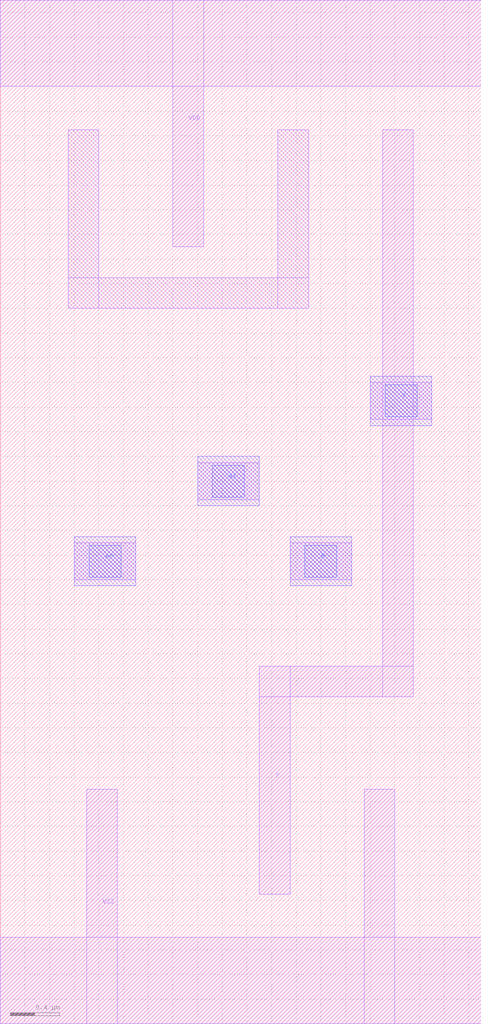
<source format=lef>
# Copyright 2022 Google LLC
# Licensed under the Apache License, Version 2.0 (the "License");
# you may not use this file except in compliance with the License.
# You may obtain a copy of the License at
#
#      http://www.apache.org/licenses/LICENSE-2.0
#
# Unless required by applicable law or agreed to in writing, software
# distributed under the License is distributed on an "AS IS" BASIS,
# WITHOUT WARRANTIES OR CONDITIONS OF ANY KIND, either express or implied.
# See the License for the specific language governing permissions and
# limitations under the License.
VERSION 5.7 ;
BUSBITCHARS "[]" ;
DIVIDERCHAR "/" ;

MACRO gf180mcu_osu_sc_gp12t3v3__aoi21_1
  CLASS CORE ;
  ORIGIN 0 0 ;
  FOREIGN gf180mcu_osu_sc_gp12t3v3__aoi21_1 0 0 ;
  SIZE 3.9 BY 8.3 ;
  SYMMETRY X Y ;
  SITE gf180mcu_osu_sc_gp12t3v3 ;
  PIN VDD
    DIRECTION INOUT ;
    USE POWER ;
    SHAPE ABUTMENT ;
    PORT
      LAYER Metal1 ;
        RECT 0 7.6 3.9 8.3 ;
        RECT 1.4 6.3 1.65 8.3 ;
    END
  END VDD
  PIN VSS
    DIRECTION INOUT ;
    USE GROUND ;
    SHAPE ABUTMENT ;
    PORT
      LAYER Metal1 ;
        RECT 0 0 3.9 0.7 ;
        RECT 2.95 0 3.2 1.9 ;
        RECT 0.7 0 0.95 1.9 ;
    END
  END VSS
  PIN A0
    DIRECTION INPUT ;
    USE SIGNAL ;
    PORT
      LAYER Metal1 ;
        RECT 0.6 3.6 1.1 3.9 ;
      LAYER Metal2 ;
        RECT 0.6 3.55 1.1 3.95 ;
      LAYER Via1 ;
        RECT 0.72 3.62 0.98 3.88 ;
    END
  END A0
  PIN A1
    DIRECTION INPUT ;
    USE SIGNAL ;
    PORT
      LAYER Metal1 ;
        RECT 1.6 4.25 2.1 4.55 ;
      LAYER Metal2 ;
        RECT 1.6 4.2 2.1 4.6 ;
      LAYER Via1 ;
        RECT 1.72 4.27 1.98 4.53 ;
    END
  END A1
  PIN B
    DIRECTION INPUT ;
    USE SIGNAL ;
    PORT
      LAYER Metal1 ;
        RECT 2.35 3.6 2.85 3.9 ;
      LAYER Metal2 ;
        RECT 2.35 3.55 2.85 3.95 ;
      LAYER Via1 ;
        RECT 2.47 3.62 2.73 3.88 ;
    END
  END B
  PIN Y
    DIRECTION OUTPUT ;
    USE SIGNAL ;
    PORT
      LAYER Metal1 ;
        RECT 3 4.9 3.5 5.2 ;
        RECT 3.1 2.65 3.35 7.25 ;
        RECT 2.1 2.65 3.35 2.9 ;
        RECT 2.1 1.05 2.35 2.9 ;
      LAYER Metal2 ;
        RECT 3 4.85 3.5 5.25 ;
      LAYER Via1 ;
        RECT 3.12 4.92 3.38 5.18 ;
    END
  END Y
  OBS
    LAYER Metal1 ;
      RECT 2.25 5.8 2.5 7.25 ;
      RECT 0.55 5.8 0.8 7.25 ;
      RECT 0.55 5.8 2.5 6.05 ;
  END
END gf180mcu_osu_sc_gp12t3v3__aoi21_1

</source>
